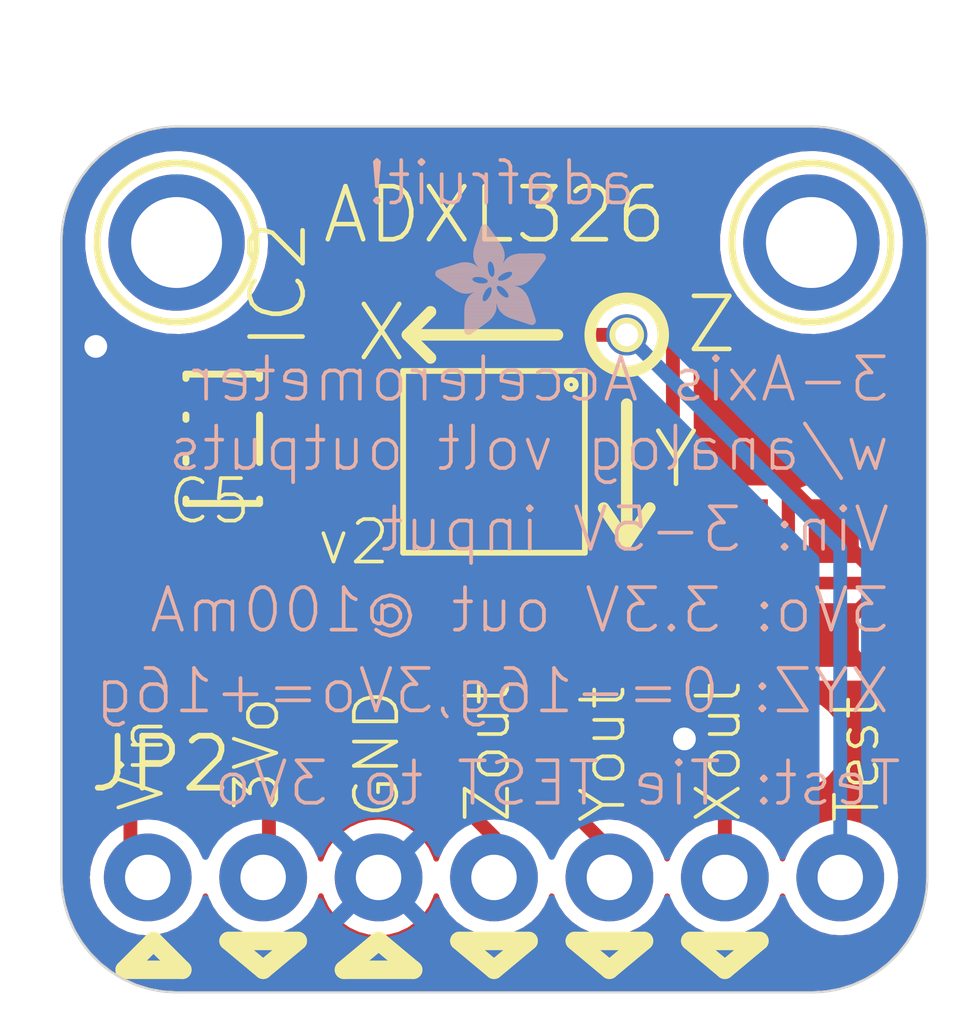
<source format=kicad_pcb>
(kicad_pcb (version 20221018) (generator pcbnew)
  (layers (0 "F.Cu" signal) (1 "In1.Cu" signal) (2 "In2.Cu" signal) (3 "In3.Cu" signal) (4 "In4.Cu" signal) (5 "In5.Cu" signal) (6 "In6.Cu" signal) (7 "In7.Cu" signal) (8 "In8.Cu" signal) (9 "In9.Cu" signal) (10 "In10.Cu" signal) (11 "In11.Cu" signal) (12 "In12.Cu" signal) (13 "In13.Cu" signal) (14 "In14.Cu" signal) (31 "B.Cu" signal) (34 "B.Paste" user) (35 "F.Paste" user) (36 "B.SilkS" user "B.Silkscreen") (37 "F.SilkS" user "F.Silkscreen") (38 "B.Mask" user) (39 "F.Mask" user) (44 "Edge.Cuts" user))
  (net 0 "")
  (net 1 "GND")
  (net 2 "ZOUT")
  (net 3 "YOUT")
  (net 4 "XOUT")
  (net 5 "ST")
  (net 6 "+5V")
  (net 7 "+3V3")
  (footprint "working:SOT23-5L" (layer "F.Cu") (at 142.5244 102.3493 -90)
    (fp_text reference "IC2" (at -1.905 -1.905 -90) (layer "F.SilkS") (effects (font (size 1.1684 1.1684) (thickness 0.1016)) (justify left bottom)))
    (fp_text value "LP298XS")
    (pad "1" smd rect (at -0.95 1.3 270) (size 0.55 1.2) (layers "F.Cu" "F.Paste" "F.Mask") (net 6 "+5V"))
    (pad "2" smd rect (at 0 1.3 270) (size 0.55 1.2) (layers "F.Cu" "F.Paste" "F.Mask") (net 1 "GND"))
    (pad "3" smd rect (at 0.95 1.3 270) (size 0.55 1.2) (layers "F.Cu" "F.Paste" "F.Mask") (net 6 "+5V"))
    (pad "4" smd rect (at 0.95 -1.3 270) (size 0.55 1.2) (layers "F.Cu" "F.Paste" "F.Mask"))
    (pad "5" smd rect (at -0.95 -1.3 270) (size 0.55 1.2) (layers "F.Cu" "F.Paste" "F.Mask") (net 7 "+3V3"))
  )
  (footprint "working:C0805K" (layer "F.Cu") (at 154.9704 104.3813)
    (fp_text reference "C1" hide)
    (fp_text value "10uF")
    (pad "1" smd rect (at -1 0) (size 1.1 1.4) (layers "F.Cu" "F.Paste" "F.Mask") (net 7 "+3V3"))
    (pad "2" smd rect (at 1 0) (size 1.1 1.4) (layers "F.Cu" "F.Paste" "F.Mask") (net 1 "GND"))
  )
  (footprint "working:C0805K" (layer "F.Cu") (at 146.3344 106.6673 180)
    (fp_text reference "C2" hide)
    (fp_text value "0.1uF")
    (pad "1" smd rect (at -1 0 180) (size 1.1 1.4) (layers "F.Cu" "F.Paste" "F.Mask") (net 2 "ZOUT"))
    (pad "2" smd rect (at 1 0 180) (size 1.1 1.4) (layers "F.Cu" "F.Paste" "F.Mask") (net 1 "GND"))
  )
  (footprint "working:MOUNTINGHOLE_2.0_PLATED" (layer "F.Cu") (at 141.5084 98.0313)
    (fp_text reference "U$8" hide)
    (fp_text value "MOUNTINGHOLE2.0" hide)
    (pad "P$1" thru_hole circle (at 0 0) (size 3 3) (drill 2) (layers "*.Cu" "*.Mask"))
    (zone (net 0) (net_name "") (layer "F.Cu") (connect_pads (clearance 0)) (min_thickness 0.25)
      (keepout (tracks not_allowed) (vias not_allowed) (pads not_allowed) (copperpour not_allowed) (footprints allowed))
      (fill (thermal_gap 0.5) (thermal_bridge_width 0.5))
      (polygon (pts (xy 143.5244 98.0313) (xy 143.50478 97.750727) (xy 143.446304 97.475615) (xy 143.350108 97.211319) (xy 143.218065 96.962983) (xy 143.052746 96.73544) (xy 142.857367 96.53312) (xy 142.635733 96.35996) (xy 142.392156 96.219331) (xy 142.131378 96.11397) (xy 141.858475 96.045928) (xy 141.578757 96.016528) (xy 141.297671 96.026344) (xy 141.020685 96.075184) (xy 140.753193 96.162097) (xy 140.5004 96.285393) (xy 140.267226 96.44267) (xy 140.058211 96.630869) (xy 139.877422 96.846325) (xy 139.728378 97.084845) (xy 139.61398 97.341787) (xy 139.536454 97.61215) (xy 139.497311 97.890671) (xy 139.497311 98.171929) (xy 139.536454 98.45045) (xy 139.61398 98.720813) (xy 139.728378 98.977755) (xy 139.877422 99.216275) (xy 140.058211 99.431731) (xy 140.267226 99.61993) (xy 140.5004 99.777207) (xy 140.753193 99.900503) (xy 141.020685 99.987416) (xy 141.297671 100.036256) (xy 141.578757 100.046072) (xy 141.858475 100.016672) (xy 142.131378 99.94863) (xy 142.392156 99.843269) (xy 142.635733 99.70264) (xy 142.857367 99.52948) (xy 143.052746 99.32716) (xy 143.218065 99.099617) (xy 143.350108 98.851281) (xy 143.446304 98.586985) (xy 143.50478 98.311873)))
      (polygon (pts (xy 141.4924 98.0313) (xy 141.497086 98.042614) (xy 141.5084 98.0473) (xy 141.519714 98.042614) (xy 141.5244 98.0313) (xy 141.519714 98.019986) (xy 141.5084 98.0153) (xy 141.497086 98.019986)))
    )
    (zone (net 0) (net_name "") (layer "B.Cu") (connect_pads (clearance 0)) (min_thickness 0.25)
      (keepout (tracks not_allowed) (vias not_allowed) (pads not_allowed) (copperpour not_allowed) (footprints allowed))
      (fill (thermal_gap 0.5) (thermal_bridge_width 0.5))
      (polygon (pts (xy 143.5244 98.0313) (xy 143.50478 97.750727) (xy 143.446304 97.475615) (xy 143.350108 97.211319) (xy 143.218065 96.962983) (xy 143.052746 96.73544) (xy 142.857367 96.53312) (xy 142.635733 96.35996) (xy 142.392156 96.219331) (xy 142.131378 96.11397) (xy 141.858475 96.045928) (xy 141.578757 96.016528) (xy 141.297671 96.026344) (xy 141.020685 96.075184) (xy 140.753193 96.162097) (xy 140.5004 96.285393) (xy 140.267226 96.44267) (xy 140.058211 96.630869) (xy 139.877422 96.846325) (xy 139.728378 97.084845) (xy 139.61398 97.341787) (xy 139.536454 97.61215) (xy 139.497311 97.890671) (xy 139.497311 98.171929) (xy 139.536454 98.45045) (xy 139.61398 98.720813) (xy 139.728378 98.977755) (xy 139.877422 99.216275) (xy 140.058211 99.431731) (xy 140.267226 99.61993) (xy 140.5004 99.777207) (xy 140.753193 99.900503) (xy 141.020685 99.987416) (xy 141.297671 100.036256) (xy 141.578757 100.046072) (xy 141.858475 100.016672) (xy 142.131378 99.94863) (xy 142.392156 99.843269) (xy 142.635733 99.70264) (xy 142.857367 99.52948) (xy 143.052746 99.32716) (xy 143.218065 99.099617) (xy 143.350108 98.851281) (xy 143.446304 98.586985) (xy 143.50478 98.311873)))
      (polygon (pts (xy 141.4924 98.0313) (xy 141.497086 98.042614) (xy 141.5084 98.0473) (xy 141.519714 98.042614) (xy 141.5244 98.0313) (xy 141.519714 98.019986) (xy 141.5084 98.0153) (xy 141.497086 98.019986)))
    )
  )
  (footprint "working:FIDUCIAL_1MM" (layer "F.Cu") (at 144.3278 99.6823)
    (fp_text reference "U$2" hide)
    (fp_text value "FIDUCIAL" hide)
    (pad "1" smd roundrect (at 0 0) (size 1 1) (layers "F.Cu") (roundrect_rratio 0.5))
    (zone (net 0) (net_name "") (layer "F.Cu") (connect_pads (clearance 0)) (min_thickness 0.25)
      (keepout (tracks not_allowed) (vias not_allowed) (pads not_allowed) (copperpour not_allowed) (footprints allowed))
      (fill (thermal_gap 0.5) (thermal_bridge_width 0.5))
      (polygon (pts (xy 143.3278 99.6823) (xy 143.3278 99.6823) (xy 143.347015 99.87739) (xy 143.40392 100.064983) (xy 143.49633 100.23787) (xy 143.620693 100.389407) (xy 143.77223 100.51377) (xy 143.945117 100.60618) (xy 144.3278 100.6823) (xy 144.3278 100.6823) (xy 144.52289 100.663085) (xy 144.710483 100.60618) (xy 144.88337 100.51377) (xy 145.034907 100.389407) (xy 145.15927 100.23787) (xy 145.25168 100.064983) (xy 145.3278 99.6823) (xy 145.3278 99.6823) (xy 145.308585 99.48721) (xy 145.25168 99.299617) (xy 145.15927 99.12673) (xy 145.034907 98.975193) (xy 144.88337 98.85083) (xy 144.710483 98.75842) (xy 144.3278 98.6823) (xy 144.3278 98.6823) (xy 144.13271 98.701515) (xy 143.945117 98.75842) (xy 143.77223 98.85083) (xy 143.620693 98.975193) (xy 143.49633 99.12673) (xy 143.40392 99.299617)))
    )
  )
  (footprint "working:1X07_ROUND_76" (layer "F.Cu") (at 148.4934 112.0013)
    (fp_text reference "JP2" (at -8.9662 -1.8288) (layer "F.SilkS") (effects (font (size 1.143 1.143) (thickness 0.127)) (justify left bottom)))
    (fp_text value "")
    (pad "1" thru_hole circle (at -7.62 0 90) (size 1.9304 1.9304) (drill 1) (layers "*.Cu" "*.Mask") (net 6 "+5V"))
    (pad "2" thru_hole circle (at -5.08 0 90) (size 1.9304 1.9304) (drill 1) (layers "*.Cu" "*.Mask") (net 7 "+3V3"))
    (pad "3" thru_hole circle (at -2.54 0 90) (size 1.9304 1.9304) (drill 1) (layers "*.Cu" "*.Mask") (net 1 "GND"))
    (pad "4" thru_hole circle (at 0 0 90) (size 1.9304 1.9304) (drill 1) (layers "*.Cu" "*.Mask") (net 2 "ZOUT"))
    (pad "5" thru_hole circle (at 2.54 0 90) (size 1.9304 1.9304) (drill 1) (layers "*.Cu" "*.Mask") (net 3 "YOUT"))
    (pad "6" thru_hole circle (at 5.08 0 90) (size 1.9304 1.9304) (drill 1) (layers "*.Cu" "*.Mask") (net 4 "XOUT"))
    (pad "7" thru_hole circle (at 7.62 0 90) (size 1.9304 1.9304) (drill 1) (layers "*.Cu" "*.Mask") (net 5 "ST"))
  )
  (footprint "working:MOUNTINGHOLE_2.0_PLATED" (layer "F.Cu") (at 155.4784 98.0313)
    (fp_text reference "U$5" hide)
    (fp_text value "MOUNTINGHOLE2.0" hide)
    (pad "P$1" thru_hole circle (at 0 0) (size 3 3) (drill 2) (layers "*.Cu" "*.Mask"))
    (zone (net 0) (net_name "") (layer "F.Cu") (connect_pads (clearance 0)) (min_thickness 0.25)
      (keepout (tracks not_allowed) (vias not_allowed) (pads not_allowed) (copperpour not_allowed) (footprints allowed))
      (fill (thermal_gap 0.5) (thermal_bridge_width 0.5))
      (polygon (pts (xy 157.4944 98.0313) (xy 157.47478 97.750727) (xy 157.416304 97.475615) (xy 157.320108 97.211319) (xy 157.188065 96.962983) (xy 157.022746 96.73544) (xy 156.827367 96.53312) (xy 156.605733 96.35996) (xy 156.362156 96.219331) (xy 156.101378 96.11397) (xy 155.828475 96.045928) (xy 155.548757 96.016528) (xy 155.267671 96.026344) (xy 154.990685 96.075184) (xy 154.723193 96.162097) (xy 154.4704 96.285393) (xy 154.237226 96.44267) (xy 154.028211 96.630869) (xy 153.847422 96.846325) (xy 153.698378 97.084845) (xy 153.58398 97.341787) (xy 153.506454 97.61215) (xy 153.467311 97.890671) (xy 153.467311 98.171929) (xy 153.506454 98.45045) (xy 153.58398 98.720813) (xy 153.698378 98.977755) (xy 153.847422 99.216275) (xy 154.028211 99.431731) (xy 154.237226 99.61993) (xy 154.4704 99.777207) (xy 154.723193 99.900503) (xy 154.990685 99.987416) (xy 155.267671 100.036256) (xy 155.548757 100.046072) (xy 155.828475 100.016672) (xy 156.101378 99.94863) (xy 156.362156 99.843269) (xy 156.605733 99.70264) (xy 156.827367 99.52948) (xy 157.022746 99.32716) (xy 157.188065 99.099617) (xy 157.320108 98.851281) (xy 157.416304 98.586985) (xy 157.47478 98.311873)))
      (polygon (pts (xy 155.4624 98.0313) (xy 155.467086 98.042614) (xy 155.4784 98.0473) (xy 155.489714 98.042614) (xy 155.4944 98.0313) (xy 155.489714 98.019986) (xy 155.4784 98.0153) (xy 155.467086 98.019986)))
    )
    (zone (net 0) (net_name "") (layer "B.Cu") (connect_pads (clearance 0)) (min_thickness 0.25)
      (keepout (tracks not_allowed) (vias not_allowed) (pads not_allowed) (copperpour not_allowed) (footprints allowed))
      (fill (thermal_gap 0.5) (thermal_bridge_width 0.5))
      (polygon (pts (xy 157.4944 98.0313) (xy 157.47478 97.750727) (xy 157.416304 97.475615) (xy 157.320108 97.211319) (xy 157.188065 96.962983) (xy 157.022746 96.73544) (xy 156.827367 96.53312) (xy 156.605733 96.35996) (xy 156.362156 96.219331) (xy 156.101378 96.11397) (xy 155.828475 96.045928) (xy 155.548757 96.016528) (xy 155.267671 96.026344) (xy 154.990685 96.075184) (xy 154.723193 96.162097) (xy 154.4704 96.285393) (xy 154.237226 96.44267) (xy 154.028211 96.630869) (xy 153.847422 96.846325) (xy 153.698378 97.084845) (xy 153.58398 97.341787) (xy 153.506454 97.61215) (xy 153.467311 97.890671) (xy 153.467311 98.171929) (xy 153.506454 98.45045) (xy 153.58398 98.720813) (xy 153.698378 98.977755) (xy 153.847422 99.216275) (xy 154.028211 99.431731) (xy 154.237226 99.61993) (xy 154.4704 99.777207) (xy 154.723193 99.900503) (xy 154.990685 99.987416) (xy 155.267671 100.036256) (xy 155.548757 100.046072) (xy 155.828475 100.016672) (xy 156.101378 99.94863) (xy 156.362156 99.843269) (xy 156.605733 99.70264) (xy 156.827367 99.52948) (xy 157.022746 99.32716) (xy 157.188065 99.099617) (xy 157.320108 98.851281) (xy 157.416304 98.586985) (xy 157.47478 98.311873)))
      (polygon (pts (xy 155.4624 98.0313) (xy 155.467086 98.042614) (xy 155.4784 98.0473) (xy 155.489714 98.042614) (xy 155.4944 98.0313) (xy 155.489714 98.019986) (xy 155.4784 98.0153) (xy 155.467086 98.019986)))
    )
  )
  (footprint "working:C0805K" (layer "F.Cu") (at 154.9704 106.6673)
    (fp_text reference "C4" hide)
    (fp_text value "0.1uF")
    (pad "1" smd rect (at -1 0) (size 1.1 1.4) (layers "F.Cu" "F.Paste" "F.Mask") (net 4 "XOUT"))
    (pad "2" smd rect (at 1 0) (size 1.1 1.4) (layers "F.Cu" "F.Paste" "F.Mask") (net 1 "GND"))
  )
  (footprint "working:FIDUCIAL_1MM" (layer "F.Cu") (at 155.1482 109.0549)
    (fp_text reference "U$1" hide)
    (fp_text value "FIDUCIAL" hide)
    (pad "1" smd roundrect (at 0 0) (size 1 1) (layers "F.Cu") (roundrect_rratio 0.5))
    (zone (net 0) (net_name "") (layer "F.Cu") (connect_pads (clearance 0)) (min_thickness 0.25)
      (keepout (tracks not_allowed) (vias not_allowed) (pads not_allowed) (copperpour not_allowed) (footprints allowed))
      (fill (thermal_gap 0.5) (thermal_bridge_width 0.5))
      (polygon (pts (xy 154.1482 109.0549) (xy 154.1482 109.0549) (xy 154.167415 109.24999) (xy 154.22432 109.437583) (xy 154.31673 109.61047) (xy 154.441093 109.762007) (xy 154.59263 109.88637) (xy 154.765517 109.97878) (xy 155.1482 110.0549) (xy 155.1482 110.0549) (xy 155.34329 110.035685) (xy 155.530883 109.97878) (xy 155.70377 109.88637) (xy 155.855307 109.762007) (xy 155.97967 109.61047) (xy 156.07208 109.437583) (xy 156.1482 109.0549) (xy 156.1482 109.0549) (xy 156.128985 108.85981) (xy 156.07208 108.672217) (xy 155.97967 108.49933) (xy 155.855307 108.347793) (xy 155.70377 108.22343) (xy 155.530883 108.13102) (xy 155.1482 108.0549) (xy 155.1482 108.0549) (xy 154.95311 108.074115) (xy 154.765517 108.13102) (xy 154.59263 108.22343) (xy 154.441093 108.347793) (xy 154.31673 108.49933) (xy 154.22432 108.672217)))
    )
  )
  (footprint "working:16LCSP" (layer "F.Cu") (at 148.4934 102.8573 -90)
    (fp_text reference "IC1" hide)
    (fp_text value "ADXL33X")
    (fp_poly (pts (xy -1 1) (xy 1 1) (xy 1 -1) (xy -1 -1)) (fill solid) (layer "F.Cu"))
    (pad "1" smd rect (at -1.825 -0.975 270) (size 0.7 0.35) (layers "F.Cu" "F.Paste" "F.Mask"))
    (pad "2" smd rect (at -1.825 -0.325 270) (size 0.7 0.35) (layers "F.Cu" "F.Paste" "F.Mask") (net 5 "ST"))
    (pad "3" smd rect (at -1.825 0.325 270) (size 0.7 0.35) (layers "F.Cu" "F.Paste" "F.Mask") (net 1 "GND"))
    (pad "4" smd rect (at -1.825 0.975 270) (size 0.7 0.35) (layers "F.Cu" "F.Paste" "F.Mask"))
    (pad "5" smd rect (at -0.975 1.85) (size 0.7 0.35) (layers "F.Cu" "F.Paste" "F.Mask") (net 1 "GND"))
    (pad "6" smd rect (at -0.35 1.85) (size 0.7 0.35) (layers "F.Cu" "F.Paste" "F.Mask") (net 1 "GND"))
    (pad "7" smd rect (at 0.325 1.85) (size 0.7 0.35) (layers "F.Cu" "F.Paste" "F.Mask") (net 1 "GND"))
    (pad "8" smd rect (at 0.975 1.85) (size 0.7 0.35) (layers "F.Cu" "F.Paste" "F.Mask") (net 2 "ZOUT"))
    (pad "9" smd rect (at 1.825 0.975 90) (size 0.7 0.35) (layers "F.Cu" "F.Paste" "F.Mask"))
    (pad "10" smd rect (at 1.825 0.325 90) (size 0.7 0.35) (layers "F.Cu" "F.Paste" "F.Mask") (net 3 "YOUT"))
    (pad "11" smd rect (at 1.825 -0.325 90) (size 0.7 0.35) (layers "F.Cu" "F.Paste" "F.Mask"))
    (pad "12" smd rect (at 1.825 -0.975 90) (size 0.7 0.35) (layers "F.Cu" "F.Paste" "F.Mask") (net 4 "XOUT"))
    (pad "13" smd rect (at 0.975 -1.825 180) (size 0.7 0.35) (layers "F.Cu" "F.Paste" "F.Mask"))
    (pad "14" smd rect (at 0.325 -1.825 180) (size 0.7 0.35) (layers "F.Cu" "F.Paste" "F.Mask") (net 7 "+3V3"))
    (pad "15" smd rect (at -0.325 -1.825 180) (size 0.7 0.35) (layers "F.Cu" "F.Paste" "F.Mask") (net 7 "+3V3"))
    (pad "16" smd rect (at -0.975 -1.825 180) (size 0.7 0.35) (layers "F.Cu" "F.Paste" "F.Mask"))
  )
  (footprint "working:C0805K" (layer "F.Cu") (at 150.6524 106.6673)
    (fp_text reference "C3" hide)
    (fp_text value "0.1uF")
    (pad "1" smd rect (at -1 0) (size 1.1 1.4) (layers "F.Cu" "F.Paste" "F.Mask") (net 3 "YOUT"))
    (pad "2" smd rect (at 1 0) (size 1.1 1.4) (layers "F.Cu" "F.Paste" "F.Mask") (net 1 "GND"))
  )
  (footprint "working:C0805K" (layer "F.Cu") (at 142.2704 105.1433)
    (fp_text reference "C5" (at -1 -0.875) (layer "F.SilkS") (effects (font (size 0.93472 0.93472) (thickness 0.08128)) (justify left bottom)))
    (fp_text value "10uF")
    (pad "1" smd rect (at -1 0) (size 1.1 1.4) (layers "F.Cu" "F.Paste" "F.Mask") (net 6 "+5V"))
    (pad "2" smd rect (at 1 0) (size 1.1 1.4) (layers "F.Cu" "F.Paste" "F.Mask") (net 1 "GND"))
  )
  (footprint "working:ADAFRUIT_2.5MM" (layer "B.Cu") (at 149.6364 100.0633 180)
    (fp_text reference "U$4" hide)
    (fp_text value "" hide)
  )
  (gr_line (start 141.6354 114.0333) (end 140.3654 114.0333) (stroke (width 0.4064)) (layer "F.SilkS"))
  (gr_line (start 145.1914 114.0333) (end 146.7154 114.0333) (stroke (width 0.4064)) (layer "F.SilkS"))
  (gr_line (start 147.7314 113.3983) (end 148.4934 114.0333) (stroke (width 0.4064)) (layer "F.SilkS"))
  (gr_line (start 142.6514 113.3983) (end 143.4134 114.0333) (stroke (width 0.4064)) (layer "F.SilkS"))
  (gr_line (start 143.4134 114.0333) (end 144.1754 113.3983) (stroke (width 0.4064)) (layer "F.SilkS"))
  (gr_line (start 154.3354 113.3983) (end 152.8114 113.3983) (stroke (width 0.4064)) (layer "F.SilkS"))
  (gr_line (start 153.5734 114.0333) (end 154.3354 113.3983) (stroke (width 0.4064)) (layer "F.SilkS"))
  (gr_circle (center 151.4144 100.0633) (end 151.6684 100.0633) (stroke (width 0.254)) (fill none) (layer "F.SilkS"))
  (gr_line (start 141.0004 113.3983) (end 141.6354 114.0333) (stroke (width 0.4064)) (layer "F.SilkS"))
  (gr_line (start 151.0334 114.0333) (end 151.7954 113.3983) (stroke (width 0.4064)) (layer "F.SilkS"))
  (gr_line (start 152.8114 113.3983) (end 153.5734 114.0333) (stroke (width 0.4064)) (layer "F.SilkS"))
  (gr_line (start 151.4144 104.6353) (end 150.9064 103.8733) (stroke (width 0.254)) (layer "F.SilkS"))
  (gr_line (start 140.3654 114.0333) (end 141.0004 113.3983) (stroke (width 0.4064)) (layer "F.SilkS"))
  (gr_line (start 150.2714 113.3983) (end 151.0334 114.0333) (stroke (width 0.4064)) (layer "F.SilkS"))
  (gr_line (start 146.5884 100.0633) (end 147.0964 100.5713) (stroke (width 0.254)) (layer "F.SilkS"))
  (gr_line (start 151.7954 113.3983) (end 150.2714 113.3983) (stroke (width 0.4064)) (layer "F.SilkS"))
  (gr_circle (center 151.4144 100.0633) (end 152.2176 100.0633) (stroke (width 0.254)) (fill none) (layer "F.SilkS"))
  (gr_line (start 145.9534 113.3983) (end 145.1914 114.0333) (stroke (width 0.4064)) (layer "F.SilkS"))
  (gr_line (start 146.7154 114.0333) (end 145.9534 113.3983) (stroke (width 0.4064)) (layer "F.SilkS"))
  (gr_line (start 148.4934 114.0333) (end 149.2554 113.3983) (stroke (width 0.4064)) (layer "F.SilkS"))
  (gr_line (start 149.8904 100.0633) (end 146.5884 100.0633) (stroke (width 0.254)) (layer "F.SilkS"))
  (gr_line (start 151.4144 101.5873) (end 151.4144 104.6353) (stroke (width 0.254)) (layer "F.SilkS"))
  (gr_line (start 151.4144 104.6353) (end 151.9224 103.8733) (stroke (width 0.254)) (layer "F.SilkS"))
  (gr_line (start 149.2554 113.3983) (end 147.7314 113.3983) (stroke (width 0.4064)) (layer "F.SilkS"))
  (gr_line (start 146.5884 100.0633) (end 147.0964 99.5553) (stroke (width 0.254)) (layer "F.SilkS"))
  (gr_line (start 144.1754 113.3983) (end 142.6514 113.3983) (stroke (width 0.4064)) (layer "F.SilkS"))
  (gr_line (start 155.4888 95.4785) (end 141.5134 95.4785) (stroke (width 0.05)) (layer "Edge.Cuts"))
  (gr_line (start 158.0288 111.9887) (end 158.0288 98.0185) (stroke (width 0.05)) (layer "Edge.Cuts"))
  (gr_arc (start 141.5134 114.5287) (mid 139.717349 113.784751) (end 138.9734 111.9887) (stroke (width 0.05)) (layer "Edge.Cuts"))
  (gr_arc (start 155.4888 95.4785) (mid 157.284851 96.222449) (end 158.0288 98.0185) (stroke (width 0.05)) (layer "Edge.Cuts"))
  (gr_arc (start 138.9734 98.0185) (mid 139.717349 96.222449) (end 141.5134 95.4785) (stroke (width 0.05)) (layer "Edge.Cuts"))
  (gr_line (start 138.9734 98.0185) (end 138.9734 111.9887) (stroke (width 0.05)) (layer "Edge.Cuts"))
  (gr_line (start 141.5134 114.5287) (end 155.4888 114.5287) (stroke (width 0.05)) (layer "Edge.Cuts"))
  (gr_arc (start 158.0288 111.9887) (mid 157.284851 113.784751) (end 155.4888 114.5287) (stroke (width 0.05)) (layer "Edge.Cuts"))
  (gr_text "adafruit!" (at 151.6684 97.2693) (layer "B.SilkS") (effects (font (size 0.93472 0.93472) (thickness 0.08128)) (justify left bottom mirror)))
  (gr_text "XYZ: 0=-16g,3Vo=+16g" (at 157.2564 108.4453) (layer "B.SilkS") (effects (font (size 0.93472 0.93472) (thickness 0.08128)) (justify left bottom mirror)))
  (gr_text "3-Axis Accelerometer" (at 157.2564 101.5873) (layer "B.SilkS") (effects (font (size 0.93472 0.93472) (thickness 0.08128)) (justify left bottom mirror)))
  (gr_text "Test: Tie TEST to 3Vo" (at 157.5104 110.4773) (layer "B.SilkS") (effects (font (size 0.93472 0.93472) (thickness 0.08128)) (justify left bottom mirror)))
  (gr_text "3Vo: 3.3V out @100mA" (at 157.2564 106.6673) (layer "B.SilkS") (effects (font (size 0.93472 0.93472) (thickness 0.08128)) (justify left bottom mirror)))
  (gr_text "Vin: 3-5V input" (at 157.2564 104.8893) (layer "B.SilkS") (effects (font (size 0.93472 0.93472) (thickness 0.08128)) (justify left bottom mirror)))
  (gr_text "w/analog volt outputs" (at 157.2564 103.1113) (layer "B.SilkS") (effects (font (size 0.93472 0.93472) (thickness 0.08128)) (justify left bottom mirror)))
  (gr_text "X" (at 145.3946 100.6983) (layer "F.SilkS") (effects (font (size 1.1684 1.1684) (thickness 0.1016)) (justify left bottom)))
  (gr_text "Zout" (at 148.8998 110.8583 90) (layer "F.SilkS") (effects (font (size 0.93472 0.93472) (thickness 0.08128)) (justify left bottom)))
  (gr_text "Xout" (at 153.9798 110.8583 90) (layer "F.SilkS") (effects (font (size 0.93472 0.93472) (thickness 0.08128)) (justify left bottom)))
  (gr_text "ADXL326" (at 144.658 98.1075) (layer "F.SilkS") (effects (font (size 1.1684 1.1684) (thickness 0.1016)) (justify left bottom)))
  (gr_text "3Vo" (at 143.8198 110.6043 90) (layer "F.SilkS") (effects (font (size 0.93472 0.93472) (thickness 0.08128)) (justify left bottom)))
  (gr_text "Z" (at 152.659 100.5205) (layer "F.SilkS") (effects (font (size 1.1684 1.1684) (thickness 0.1016)) (justify left bottom)))
  (gr_text "Vin" (at 141.2798 110.6043 90) (layer "F.SilkS") (effects (font (size 0.93472 0.93472) (thickness 0.08128)) (justify left bottom)))
  (gr_text "Y" (at 153.0654 102.1207) (layer "F.SilkS") (effects (font (size 1.1684 1.1684) (thickness 0.1016)) (justify right top)))
  (gr_text "GND" (at 146.4614 110.7567 90) (layer "F.SilkS") (effects (font (size 0.93472 0.93472) (thickness 0.08128)) (justify left bottom)))
  (gr_text "Yout" (at 151.4398 110.8583 90) (layer "F.SilkS") (effects (font (size 0.93472 0.93472) (thickness 0.08128)) (justify left bottom)))
  (gr_text "Test" (at 157.0278 110.8583 90) (layer "F.SilkS") (effects (font (size 0.93472 0.93472) (thickness 0.08128)) (justify left bottom)))
  (gr_text "v2" (at 144.5513 105.1687) (layer "F.SilkS") (effects (font (size 0.93472 0.93472) (thickness 0.08128)) (justify left bottom)))
  (segment (start 141.7624 102.3493) (end 142.2704 101.8413) (width 0.254) (layer "F.Cu") (net 1))
  (segment (start 141.2244 102.3493) (end 141.7624 102.3493) (width 0.254) (layer "F.Cu") (net 1))
  (via (at 152.6844 108.9533) (size 0.9064) (drill 0.5) (layers "F.Cu" "B.Cu") (net 1))
  (via (at 139.7304 100.3173) (size 0.9064) (drill 0.5) (layers "F.Cu" "B.Cu") (net 1))
  (segment (start 147.3504 106.6673) (end 147.3344 106.6673) (width 0.3048) (layer "F.Cu") (net 2))
  (segment (start 147.3504 106.4133) (end 146.6434 105.7063) (width 0.254) (layer "F.Cu") (net 2))
  (segment (start 147.3344 106.4293) (end 147.3504 106.4133) (width 0.254) (layer "F.Cu") (net 2))
  (segment (start 148.4934 112.0013) (end 148.4934 111.1123) (width 0.3048) (layer "F.Cu") (net 2))
  (segment (start 146.6434 105.7063) (end 146.6434 103.8323) (width 0.254) (layer "F.Cu") (net 2))
  (segment (start 147.3344 106.6673) (end 147.3344 106.4293) (width 0.254) (layer "F.Cu") (net 2))
  (segment (start 147.3504 109.9693) (end 147.3504 106.6673) (width 0.3048) (layer "F.Cu") (net 2))
  (segment (start 148.4934 111.1123) (end 147.3504 109.9693) (width 0.3048) (layer "F.Cu") (net 2))
  (segment (start 149.6364 106.9213) (end 149.6524 106.9053) (width 0.3048) (layer "F.Cu") (net 3))
  (segment (start 149.6524 106.6673) (end 149.3824 106.6673) (width 0.254) (layer "F.Cu") (net 3))
  (segment (start 148.1684 105.4533) (end 148.1684 104.6823) (width 0.254) (layer "F.Cu") (net 3))
  (segment (start 149.6524 106.9053) (end 149.6524 106.6673) (width 0.3048) (layer "F.Cu") (net 3))
  (segment (start 149.6364 109.9693) (end 149.6364 106.9213) (width 0.3048) (layer "F.Cu") (net 3))
  (segment (start 151.0334 111.3663) (end 149.6364 109.9693) (width 0.3048) (layer "F.Cu") (net 3))
  (segment (start 151.0334 112.0013) (end 151.0334 111.3663) (width 0.3048) (layer "F.Cu") (net 3))
  (segment (start 149.3824 106.6673) (end 148.1684 105.4533) (width 0.254) (layer "F.Cu") (net 3))
  (segment (start 153.5734 108.3183) (end 154.2084 107.6833) (width 0.3048) (layer "F.Cu") (net 4))
  (segment (start 152.1764 104.8893) (end 149.4684 104.8893) (width 0.254) (layer "F.Cu") (net 4))
  (segment (start 149.4684 104.8893) (end 149.4684 104.6823) (width 0.254) (layer "F.Cu") (net 4))
  (segment (start 153.9544 106.6673) (end 152.1764 104.8893) (width 0.254) (layer "F.Cu") (net 4))
  (segment (start 153.5734 112.0013) (end 153.5734 108.3183) (width 0.3048) (layer "F.Cu") (net 4))
  (segment (start 154.2084 107.6833) (end 154.2084 106.9213) (width 0.3048) (layer "F.Cu") (net 4))
  (segment (start 153.9544 106.6673) (end 153.9704 106.6673) (width 0.3048) (layer "F.Cu") (net 4))
  (segment (start 154.2084 106.9213) (end 153.9544 106.6673) (width 0.3048) (layer "F.Cu") (net 4))
  (segment (start 149.1284 100.0633) (end 148.8744 100.3173) (width 0.3048) (layer "F.Cu") (net 5))
  (segment (start 148.8184 100.8813) (end 148.8184 101.0323) (width 0.3048) (layer "F.Cu") (net 5))
  (segment (start 151.4144 100.0633) (end 149.1284 100.0633) (width 0.3048) (layer "F.Cu") (net 5))
  (segment (start 148.8744 100.3173) (end 148.8744 100.8253) (width 0.3048) (layer "F.Cu") (net 5))
  (segment (start 148.8744 100.8253) (end 148.8184 100.8813) (width 0.3048) (layer "F.Cu") (net 5))
  (via (at 151.4144 100.0633) (size 0.9064) (drill 0.5) (layers "F.Cu" "B.Cu") (net 5))
  (segment (start 156.1134 104.7623) (end 151.4144 100.0633) (width 0.3048) (layer "B.Cu") (net 5))
  (segment (start 156.1134 112.0013) (end 156.1134 104.7623) (width 0.3048) (layer "B.Cu") (net 5))
  (segment (start 139.9844 101.3333) (end 140.9044 101.3333) (width 0.3048) (layer "F.Cu") (net 6))
  (segment (start 140.4924 111.6203) (end 140.4924 106.1593) (width 0.3048) (layer "F.Cu") (net 6))
  (segment (start 140.4924 106.1593) (end 141.2544 105.3973) (width 0.3048) (layer "F.Cu") (net 6))
  (segment (start 141.2244 103.2993) (end 139.9844 103.2993) (width 0.3048) (layer "F.Cu") (net 6))
  (segment (start 141.2544 104.6353) (end 141.2704 105.1433) (width 0.3048) (layer "F.Cu") (net 6))
  (segment (start 139.9844 103.2993) (end 139.9844 101.3333) (width 0.3048) (layer "F.Cu") (net 6))
  (segment (start 141.2544 105.3973) (end 141.2544 104.6353) (width 0.3048) (layer "F.Cu") (net 6))
  (segment (start 140.9044 101.3333) (end 141.2244 101.3993) (width 0.3048) (layer "F.Cu") (net 6))
  (segment (start 140.8734 112.0013) (end 140.4924 111.6203) (width 0.3048) (layer "F.Cu") (net 6))
  (segment (start 141.2704 105.1433) (end 141.0004 104.3653) (width 0.3048) (layer "F.Cu") (net 6))
  (segment (start 141.0004 103.3293) (end 141.2244 103.2993) (width 0.3048) (layer "F.Cu") (net 6))
  (segment (start 141.0004 104.3653) (end 141.0004 103.3293) (width 0.3048) (layer "F.Cu") (net 6))
  (segment (start 151.7954 99.1743) (end 152.4304 99.8093) (width 0.3048) (layer "F.Cu") (net 7))
  (segment (start 150.3984 103.1113) (end 150.3184 103.0313) (width 0.254) (layer "F.Cu") (net 7))
  (segment (start 143.5404 111.8743) (end 143.5404 107.1753) (width 0.3048) (layer "F.Cu") (net 7))
  (segment (start 152.4304 103.1823) (end 152.7554 103.1823) (width 0.3048) (layer "F.Cu") (net 7))
  (segment (start 152.7554 103.1823) (end 153.9544 104.3813) (width 0.3048) (layer "F.Cu") (net 7))
  (segment (start 153.9544 104.3813) (end 153.9704 104.3813) (width 0.3048) (layer "F.Cu") (net 7))
  (segment (start 147.3504 99.1743) (end 151.7954 99.1743) (width 0.3048) (layer "F.Cu") (net 7))
  (segment (start 152.4304 103.1823) (end 150.3184 103.1823) (width 0.3048) (layer "F.Cu") (net 7))
  (segment (start 143.5404 101.3693) (end 143.5404 101.3333) (width 0.3048) (layer "F.Cu") (net 7))
  (segment (start 143.5404 101.3693) (end 143.8244 101.3993) (width 0.3048) (layer "F.Cu") (net 7))
  (segment (start 150.3184 103.0313) (end 150.3184 102.5323) (width 0.254) (layer "F.Cu") (net 7))
  (segment (start 143.8244 101.3993) (end 145.1254 101.3993) (width 0.3048) (layer "F.Cu") (net 7))
  (segment (start 142.2704 105.9053) (end 142.2704 103.1113) (width 0.3048) (layer "F.Cu") (net 7))
  (segment (start 152.4304 99.8093) (end 152.4304 103.1823) (width 0.3048) (layer "F.Cu") (net 7))
  (segment (start 142.2704 103.1113) (end 143.5404 101.8413) (width 0.3048) (layer "F.Cu") (net 7))
  (segment (start 150.3184 103.1823) (end 150.3274 103.1823) (width 0.254) (layer "F.Cu") (net 7))
  (segment (start 150.3274 103.1823) (end 150.3984 103.1113) (width 0.254) (layer "F.Cu") (net 7))
  (segment (start 145.1254 101.3993) (end 147.3504 99.1743) (width 0.3048) (layer "F.Cu") (net 7))
  (segment (start 143.4134 112.0013) (end 143.5404 111.8743) (width 0.3048) (layer "F.Cu") (net 7))
  (segment (start 143.5404 101.8413) (end 143.5404 101.3693) (width 0.3048) (layer "F.Cu") (net 7))
  (segment (start 143.5404 107.1753) (end 142.2704 105.9053) (width 0.3048) (layer "F.Cu") (net 7))
  (zone (net 1) (net_name "GND") (layer "F.Cu") (priority 6) (connect_pads (clearance 0.3048)) (min_thickness 0.127) (fill yes (thermal_gap 0.304) (thermal_bridge_width 0.304))
    (polygon (pts (xy 159.0344 114.6937) (xy 138.9684 114.6937) (xy 138.9684 95.3897) (xy 159.0344 95.3897)))
  )
  (zone (net 1) (net_name "GND") (layer "B.Cu") (priority 6) (connect_pads (clearance 0.3048)) (min_thickness 0.1524) (fill yes (thermal_gap 0.3548) (thermal_bridge_width 0.3548))
    (polygon (pts (xy 158.2978 114.7191) (xy 138.689 114.7191) (xy 138.689 95.3643) (xy 158.2978 95.3643)))
  )
)
</source>
